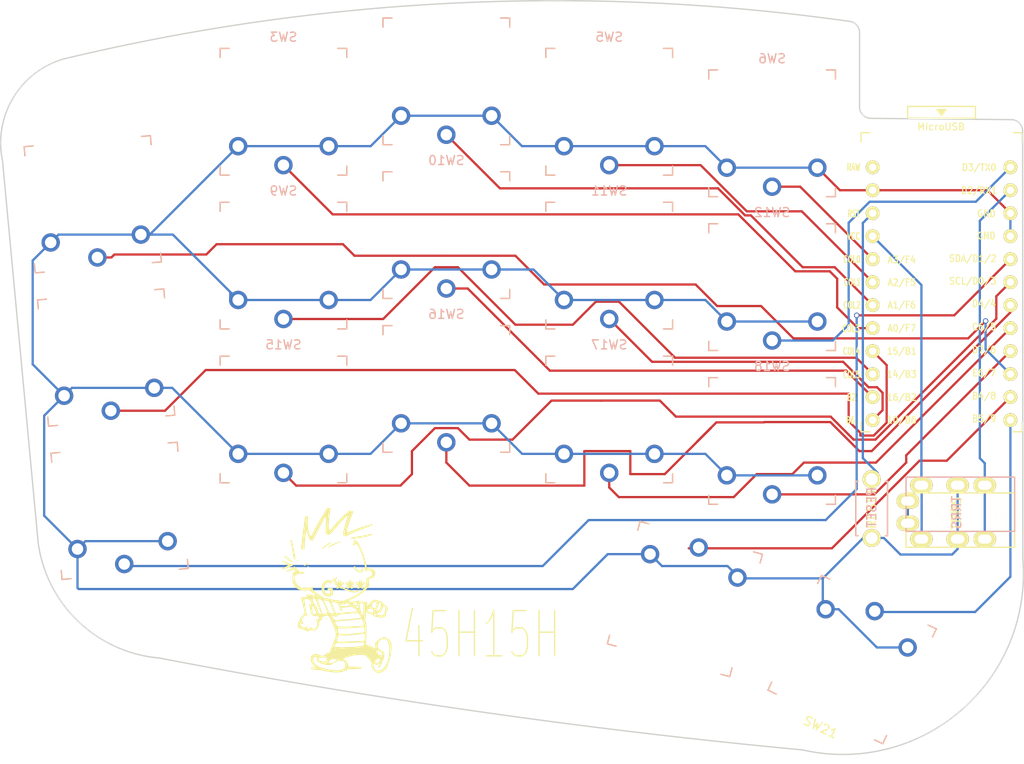
<source format=kicad_pcb>
(kicad_pcb (version 20211014) (generator pcbnew)
  (title_block (title "Corne Light") (date "2018-12-26") (rev "2.1") (company "foostan"))
  (layers (0 "F.Cu" signal) (31 "B.Cu" signal) (34 "B.Paste" user) (35 "F.Paste" user) (36 "B.SilkS" user "B.Silkscreen") (37 "F.SilkS" user "F.Silkscreen") (38 "B.Mask" user) (39 "F.Mask" user) (44 "Edge.Cuts" user))
  (net 0 "")
  (net 1 "row0")
  (net 2 "row1")
  (net 3 "row2")
  (net 4 "row3")
  (net 5 "Net-(D20-Pad2)")
  (net 6 "GND")
  (net 7 "VCC")
  (net 8 "col1")
  (net 9 "col2")
  (net 10 "col3")
  (net 11 "col4")
  (net 12 "col5")
  (net 13 "LED")
  (net 14 "data")
  (net 15 "reset")
  (net 16 "SCL")
  (net 17 "SDA")
  (net 18 "Net-(U1-Pad14)")
  (net 19 "Net-(U1-Pad13)")
  (net 20 "Net-(U1-Pad12)")
  (net 21 "Net-(U1-Pad11)")
  (net 22 "Net-(J1-PadA)")
  (net 23 "Net-(U1-Pad24)")
  (footprint "kbd:MJ-4PP-9" (layer "F.Cu") (at 142.8 73.66 -90)
    (fp_text reference "J1")
    (fp_text value "MJ-4PP-9" hide)
    (fp_text user "TRRS" (at -0.8255 6.4135 90) (layer "B.SilkS") (effects (justify mirror)))
    (fp_text user "TRRS" (at -0.75 6.45 -90) (layer "F.SilkS"))
    (pad "" np_thru_hole circle locked (at -1.75 1.5 270) (size 1.2 1.2) (drill 1.2) (layers *.Cu *.Mask "F.SilkS"))
    (pad "" np_thru_hole circle locked (at 0 8.5 270) (size 1.2 1.2) (drill 1.2) (layers *.Cu *.Mask "F.SilkS"))
    (pad "" np_thru_hole circle locked (at -1.75 8.5 270) (size 1.2 1.2) (drill 1.2) (layers *.Cu *.Mask "F.SilkS"))
    (pad "" np_thru_hole circle locked (at 0 1.5 270) (size 1.2 1.2) (drill 1.2) (layers *.Cu *.Mask "F.SilkS"))
    (pad "A" thru_hole oval locked (at 0.35 11.8 270) (size 1.7 2.5) (drill oval 1 1.5) (layers *.Cu *.Mask "F.SilkS") (net 22 "Net-(J1-PadA)") (clearance 0.15))
    (pad "A" thru_hole oval locked (at -2.1 11.8 270) (size 1.7 2.5) (drill oval 1 1.5) (layers *.Cu *.Mask "F.SilkS") (net 22 "Net-(J1-PadA)") (clearance 0.15))
    (pad "B" thru_hole oval locked (at -3.85 3.3 270) (size 1.7 2.5) (drill oval 1 1.5) (layers *.Cu *.Mask "F.SilkS") (net 14 "data"))
    (pad "B" thru_hole oval locked (at 2.1 3.3 270) (size 1.7 2.5) (drill oval 1 1.5) (layers *.Cu *.Mask "F.SilkS") (net 14 "data"))
    (pad "C" thru_hole oval locked (at -3.85 6.3 270) (size 1.7 2.5) (drill oval 1 1.5) (layers *.Cu *.Mask "F.SilkS") (net 6 "GND"))
    (pad "C" thru_hole oval locked (at 2.1 6.3 270) (size 1.7 2.5) (drill oval 1 1.5) (layers *.Cu *.Mask "F.SilkS") (net 6 "GND"))
    (pad "D" thru_hole oval locked (at -3.85 10.3 270) (size 1.7 2.5) (drill oval 1 1.5) (layers *.Cu *.Mask "F.SilkS") (net 7 "VCC") (clearance 0.15))
    (pad "D" thru_hole oval locked (at 2.1 10.3 270) (size 1.7 2.5) (drill oval 1 1.5) (layers *.Cu *.Mask "F.SilkS") (net 7 "VCC") (clearance 0.15))
  )
  (footprint "chocs:SW_PG1350_reversible_b2" (layer "F.Cu") (at 40.929 38.7641 5)
    (fp_text reference "SW2" hide)
    (fp_text value "SW_PUSH" hide)
    (pad "" np_thru_hole circle locked (at -5.22 -4.2 5) (size 0.9906 0.9906) (drill 0.9906) (layers *.Cu *.Mask))
    (pad "" np_thru_hole circle locked (at 5.5 0 5) (size 1.7018 1.7018) (drill 1.7018) (layers *.Cu *.Mask))
    (pad "" np_thru_hole circle locked (at -5.5 0 5) (size 1.7018 1.7018) (drill 1.7018) (layers *.Cu *.Mask))
    (pad "" np_thru_hole circle locked (at 0 0 5) (size 3.429 3.429) (drill 3.429) (layers *.Cu *.Mask))
    (pad "" np_thru_hole circle locked (at 5.22 -4.2 5) (size 0.9906 0.9906) (drill 0.9906) (layers *.Cu *.Mask))
    (pad "1" thru_hole circle locked (at 0 5.9 5) (size 2.032 2.032) (drill 1.27) (layers *.Cu *.Mask) (net 4 "row3"))
    (pad "2" thru_hole circle locked (at -5 3.8 5) (size 2.032 2.032) (drill 1.27) (layers *.Cu *.Mask) (net 6 "GND"))
    (pad "2" thru_hole circle locked (at 5 3.8 5) (size 2.032 2.032) (drill 1.27) (layers *.Cu *.Mask) (net 6 "GND"))
  )
  (footprint "chocs:SW_PG1350_reversible_b2" (layer "F.Cu") (at 62 28.54)
    (fp_text reference "SW3" hide)
    (fp_text value "SW_PUSH" hide)
    (fp_text user "${REFERENCE}" (at 0 -8.255) (layer "B.SilkS") (effects (justify mirror)))
    (pad "" np_thru_hole circle locked (at 5.5 0) (size 1.7018 1.7018) (drill 1.7018) (layers *.Cu *.Mask))
    (pad "" np_thru_hole circle locked (at -5.22 -4.2) (size 0.9906 0.9906) (drill 0.9906) (layers *.Cu *.Mask))
    (pad "" np_thru_hole circle locked (at -5.5 0) (size 1.7018 1.7018) (drill 1.7018) (layers *.Cu *.Mask))
    (pad "" np_thru_hole circle locked (at 0 0) (size 3.429 3.429) (drill 3.429) (layers *.Cu *.Mask))
    (pad "" np_thru_hole circle locked (at 5.22 -4.2) (size 0.9906 0.9906) (drill 0.9906) (layers *.Cu *.Mask))
    (pad "1" thru_hole circle locked (at 0 5.9) (size 2.032 2.032) (drill 1.27) (layers *.Cu *.Mask) (net 10 "col3"))
    (pad "2" thru_hole circle locked (at -5 3.8) (size 2.032 2.032) (drill 1.27) (layers *.Cu *.Mask) (net 6 "GND"))
    (pad "2" thru_hole circle locked (at 5 3.8) (size 2.032 2.032) (drill 1.27) (layers *.Cu *.Mask) (net 6 "GND"))
  )
  (footprint "chocs:SW_PG1350_reversible_b2" (layer "F.Cu") (at 80 25.18)
    (fp_text reference "SW4" hide)
    (fp_text value "SW_PUSH" hide)
    (pad "" np_thru_hole circle locked (at 0 0) (size 3.429 3.429) (drill 3.429) (layers *.Cu *.Mask))
    (pad "" np_thru_hole circle locked (at 5.5 0) (size 1.7018 1.7018) (drill 1.7018) (layers *.Cu *.Mask))
    (pad "" np_thru_hole circle locked (at 5.22 -4.2) (size 0.9906 0.9906) (drill 0.9906) (layers *.Cu *.Mask))
    (pad "" np_thru_hole circle locked (at -5.22 -4.2) (size 0.9906 0.9906) (drill 0.9906) (layers *.Cu *.Mask))
    (pad "" np_thru_hole circle locked (at -5.5 0) (size 1.7018 1.7018) (drill 1.7018) (layers *.Cu *.Mask))
    (pad "1" thru_hole circle locked (at 0 5.9) (size 2.032 2.032) (drill 1.27) (layers *.Cu *.Mask) (net 9 "col2"))
    (pad "2" thru_hole circle locked (at 5 3.8) (size 2.032 2.032) (drill 1.27) (layers *.Cu *.Mask) (net 6 "GND"))
    (pad "2" thru_hole circle locked (at -5 3.8) (size 2.032 2.032) (drill 1.27) (layers *.Cu *.Mask) (net 6 "GND"))
  )
  (footprint "chocs:SW_PG1350_reversible_b2" (layer "F.Cu") (at 98 28.54)
    (fp_text reference "SW5" hide)
    (fp_text value "SW_PUSH" hide)
    (fp_text user "${REFERENCE}" (at 0 -8.255) (layer "B.SilkS") (effects (justify mirror)))
    (pad "" np_thru_hole circle locked (at 5.5 0) (size 1.7018 1.7018) (drill 1.7018) (layers *.Cu *.Mask))
    (pad "" np_thru_hole circle locked (at -5.5 0) (size 1.7018 1.7018) (drill 1.7018) (layers *.Cu *.Mask))
    (pad "" np_thru_hole circle locked (at 0 0) (size 3.429 3.429) (drill 3.429) (layers *.Cu *.Mask))
    (pad "" np_thru_hole circle locked (at 5.22 -4.2) (size 0.9906 0.9906) (drill 0.9906) (layers *.Cu *.Mask))
    (pad "" np_thru_hole circle locked (at -5.22 -4.2) (size 0.9906 0.9906) (drill 0.9906) (layers *.Cu *.Mask))
    (pad "1" thru_hole circle locked (at 0 5.9) (size 2.032 2.032) (drill 1.27) (layers *.Cu *.Mask) (net 8 "col1"))
    (pad "2" thru_hole circle locked (at -5 3.8) (size 2.032 2.032) (drill 1.27) (layers *.Cu *.Mask) (net 6 "GND"))
    (pad "2" thru_hole circle locked (at 5 3.8) (size 2.032 2.032) (drill 1.27) (layers *.Cu *.Mask) (net 6 "GND"))
  )
  (footprint "chocs:SW_PG1350_reversible_b2" (layer "F.Cu") (at 116 30.92)
    (fp_text reference "SW6" hide)
    (fp_text value "SW_PUSH" hide)
    (fp_text user "${REFERENCE}" (at 0 -8.255) (layer "B.SilkS") (effects (justify mirror)))
    (pad "" np_thru_hole circle locked (at 5.5 0) (size 1.7018 1.7018) (drill 1.7018) (layers *.Cu *.Mask))
    (pad "" np_thru_hole circle locked (at 0 0) (size 3.429 3.429) (drill 3.429) (layers *.Cu *.Mask))
    (pad "" np_thru_hole circle locked (at 5.22 -4.2) (size 0.9906 0.9906) (drill 0.9906) (layers *.Cu *.Mask))
    (pad "" np_thru_hole circle locked (at -5.5 0) (size 1.7018 1.7018) (drill 1.7018) (layers *.Cu *.Mask))
    (pad "" np_thru_hole circle locked (at -5.22 -4.2) (size 0.9906 0.9906) (drill 0.9906) (layers *.Cu *.Mask))
    (pad "1" thru_hole circle locked (at 0 5.9) (size 2.032 2.032) (drill 1.27) (layers *.Cu *.Mask) (net 5 "Net-(D20-Pad2)"))
    (pad "2" thru_hole circle locked (at -5 3.8) (size 2.032 2.032) (drill 1.27) (layers *.Cu *.Mask) (net 6 "GND"))
    (pad "2" thru_hole circle locked (at 5 3.8) (size 2.032 2.032) (drill 1.27) (layers *.Cu *.Mask) (net 6 "GND"))
  )
  (footprint "chocs:SW_PG1350_reversible_b2" (layer "F.Cu") (at 42.4106 55.6994 5)
    (fp_text reference "SW8" hide)
    (fp_text value "SW_PUSH" hide)
    (pad "" np_thru_hole circle locked (at 5.5 0 5) (size 1.7018 1.7018) (drill 1.7018) (layers *.Cu *.Mask))
    (pad "" np_thru_hole circle locked (at -5.22 -4.2 5) (size 0.9906 0.9906) (drill 0.9906) (layers *.Cu *.Mask))
    (pad "" np_thru_hole circle locked (at -5.5 0 5) (size 1.7018 1.7018) (drill 1.7018) (layers *.Cu *.Mask))
    (pad "" np_thru_hole circle locked (at 0 0 5) (size 3.429 3.429) (drill 3.429) (layers *.Cu *.Mask))
    (pad "" np_thru_hole circle locked (at 5.22 -4.2 5) (size 0.9906 0.9906) (drill 0.9906) (layers *.Cu *.Mask))
    (pad "1" thru_hole circle locked (at 0 5.9 5) (size 2.032 2.032) (drill 1.27) (layers *.Cu *.Mask) (net 11 "col4"))
    (pad "2" thru_hole circle locked (at 5 3.8 5) (size 2.032 2.032) (drill 1.27) (layers *.Cu *.Mask) (net 6 "GND"))
    (pad "2" thru_hole circle locked (at -5 3.8 5) (size 2.032 2.032) (drill 1.27) (layers *.Cu *.Mask) (net 6 "GND"))
  )
  (footprint "chocs:SW_PG1350_reversible_b2" (layer "F.Cu") (at 62 45.54)
    (fp_text reference "SW9" hide)
    (fp_text value "SW_PUSH" hide)
    (fp_text user "${REFERENCE}" (at 0 -8.255) (layer "B.SilkS") (effects (justify mirror)))
    (pad "" np_thru_hole circle locked (at 0 0) (size 3.429 3.429) (drill 3.429) (layers *.Cu *.Mask))
    (pad "" np_thru_hole circle locked (at -5.22 -4.2) (size 0.9906 0.9906) (drill 0.9906) (layers *.Cu *.Mask))
    (pad "" np_thru_hole circle locked (at -5.5 0) (size 1.7018 1.7018) (drill 1.7018) (layers *.Cu *.Mask))
    (pad "" np_thru_hole circle locked (at 5.22 -4.2) (size 0.9906 0.9906) (drill 0.9906) (layers *.Cu *.Mask))
    (pad "" np_thru_hole circle locked (at 5.5 0) (size 1.7018 1.7018) (drill 1.7018) (layers *.Cu *.Mask))
    (pad "1" thru_hole circle locked (at 0 5.9) (size 2.032 2.032) (drill 1.27) (layers *.Cu *.Mask) (net 12 "col5"))
    (pad "2" thru_hole circle locked (at -5 3.8) (size 2.032 2.032) (drill 1.27) (layers *.Cu *.Mask) (net 6 "GND"))
    (pad "2" thru_hole circle locked (at 5 3.8) (size 2.032 2.032) (drill 1.27) (layers *.Cu *.Mask) (net 6 "GND"))
  )
  (footprint "chocs:SW_PG1350_reversible_b2" (layer "F.Cu") (at 80 42.17)
    (fp_text reference "SW10" hide)
    (fp_text value "SW_PUSH" hide)
    (fp_text user "${REFERENCE}" (at 0 -8.255) (layer "B.SilkS") (effects (justify mirror)))
    (pad "" np_thru_hole circle locked (at 5.22 -4.2) (size 0.9906 0.9906) (drill 0.9906) (layers *.Cu *.Mask))
    (pad "" np_thru_hole circle locked (at 0 0) (size 3.429 3.429) (drill 3.429) (layers *.Cu *.Mask))
    (pad "" np_thru_hole circle locked (at -5.5 0) (size 1.7018 1.7018) (drill 1.7018) (layers *.Cu *.Mask))
    (pad "" np_thru_hole circle locked (at -5.22 -4.2) (size 0.9906 0.9906) (drill 0.9906) (layers *.Cu *.Mask))
    (pad "" np_thru_hole circle locked (at 5.5 0) (size 1.7018 1.7018) (drill 1.7018) (layers *.Cu *.Mask))
    (pad "1" thru_hole circle locked (at 0 5.9) (size 2.032 2.032) (drill 1.27) (layers *.Cu *.Mask) (net 18 "Net-(U1-Pad14)"))
    (pad "2" thru_hole circle locked (at 5 3.8) (size 2.032 2.032) (drill 1.27) (layers *.Cu *.Mask) (net 6 "GND"))
    (pad "2" thru_hole circle locked (at -5 3.8) (size 2.032 2.032) (drill 1.27) (layers *.Cu *.Mask) (net 6 "GND"))
  )
  (footprint "chocs:SW_PG1350_reversible_b2" (layer "F.Cu") (at 98 45.54)
    (fp_text reference "SW11" hide)
    (fp_text value "SW_PUSH" hide)
    (fp_text user "${REFERENCE}" (at 0 -8.255) (layer "B.SilkS") (effects (justify mirror)))
    (pad "" np_thru_hole circle locked (at -5.22 -4.2) (size 0.9906 0.9906) (drill 0.9906) (layers *.Cu *.Mask))
    (pad "" np_thru_hole circle locked (at -5.5 0) (size 1.7018 1.7018) (drill 1.7018) (layers *.Cu *.Mask))
    (pad "" np_thru_hole circle locked (at 5.5 0) (size 1.7018 1.7018) (drill 1.7018) (layers *.Cu *.Mask))
    (pad "" np_thru_hole circle locked (at 5.22 -4.2) (size 0.9906 0.9906) (drill 0.9906) (layers *.Cu *.Mask))
    (pad "" np_thru_hole circle locked (at 0 0) (size 3.429 3.429) (drill 3.429) (layers *.Cu *.Mask))
    (pad "1" thru_hole circle locked (at 0 5.9) (size 2.032 2.032) (drill 1.27) (layers *.Cu *.Mask) (net 19 "Net-(U1-Pad13)"))
    (pad "2" thru_hole circle locked (at -5 3.8) (size 2.032 2.032) (drill 1.27) (layers *.Cu *.Mask) (net 6 "GND"))
    (pad "2" thru_hole circle locked (at 5 3.8) (size 2.032 2.032) (drill 1.27) (layers *.Cu *.Mask) (net 6 "GND"))
  )
  (footprint "chocs:SW_PG1350_reversible_b2" (layer "F.Cu") (at 116 47.92)
    (fp_text reference "SW12" hide)
    (fp_text value "SW_PUSH" hide)
    (fp_text user "${REFERENCE}" (at 0 -8.255) (layer "B.SilkS") (effects (justify mirror)))
    (pad "" np_thru_hole circle locked (at 0 0) (size 3.429 3.429) (drill 3.429) (layers *.Cu *.Mask))
    (pad "" np_thru_hole circle locked (at 5.5 0) (size 1.7018 1.7018) (drill 1.7018) (layers *.Cu *.Mask))
    (pad "" np_thru_hole circle locked (at -5.5 0) (size 1.7018 1.7018) (drill 1.7018) (layers *.Cu *.Mask))
    (pad "" np_thru_hole circle locked (at 5.22 -4.2) (size 0.9906 0.9906) (drill 0.9906) (layers *.Cu *.Mask))
    (pad "" np_thru_hole circle locked (at -5.22 -4.2) (size 0.9906 0.9906) (drill 0.9906) (layers *.Cu *.Mask))
    (pad "1" thru_hole circle locked (at 0 5.9) (size 2.032 2.032) (drill 1.27) (layers *.Cu *.Mask) (net 13 "LED"))
    (pad "2" thru_hole circle locked (at -5 3.8) (size 2.032 2.032) (drill 1.27) (layers *.Cu *.Mask) (net 6 "GND"))
    (pad "2" thru_hole circle locked (at 5 3.8) (size 2.032 2.032) (drill 1.27) (layers *.Cu *.Mask) (net 6 "GND"))
  )
  (footprint "chocs:SW_PG1350_reversible_b2" (layer "F.Cu") (at 43.8927 72.6397 5)
    (fp_text reference "SW14" hide)
    (fp_text value "SW_PUSH" hide)
    (pad "" np_thru_hole circle locked (at -5.22 -4.2 5) (size 0.9906 0.9906) (drill 0.9906) (layers *.Cu *.Mask))
    (pad "" np_thru_hole circle locked (at 5.22 -4.2 5) (size 0.9906 0.9906) (drill 0.9906) (layers *.Cu *.Mask))
    (pad "" np_thru_hole circle locked (at -5.5 0 5) (size 1.7018 1.7018) (drill 1.7018) (layers *.Cu *.Mask))
    (pad "" np_thru_hole circle locked (at 5.5 0 5) (size 1.7018 1.7018) (drill 1.7018) (layers *.Cu *.Mask))
    (pad "" np_thru_hole circle locked (at 0 0 5) (size 3.429 3.429) (drill 3.429) (layers *.Cu *.Mask))
    (pad "1" thru_hole circle locked (at 0 5.9 5) (size 2.032 2.032) (drill 1.27) (layers *.Cu *.Mask) (net 17 "SDA"))
    (pad "2" thru_hole circle locked (at -5 3.8 5) (size 2.032 2.032) (drill 1.27) (layers *.Cu *.Mask) (net 6 "GND"))
    (pad "2" thru_hole circle locked (at 5 3.8 5) (size 2.032 2.032) (drill 1.27) (layers *.Cu *.Mask) (net 6 "GND"))
  )
  (footprint "chocs:SW_PG1350_reversible_b2" (layer "F.Cu") (at 62 62.545)
    (fp_text reference "SW15" hide)
    (fp_text value "SW_PUSH" hide)
    (fp_text user "${REFERENCE}" (at 0 -8.255) (layer "B.SilkS") (effects (justify mirror)))
    (pad "" np_thru_hole circle locked (at 5.22 -4.2) (size 0.9906 0.9906) (drill 0.9906) (layers *.Cu *.Mask))
    (pad "" np_thru_hole circle locked (at -5.5 0) (size 1.7018 1.7018) (drill 1.7018) (layers *.Cu *.Mask))
    (pad "" np_thru_hole circle locked (at -5.22 -4.2) (size 0.9906 0.9906) (drill 0.9906) (layers *.Cu *.Mask))
    (pad "" np_thru_hole circle locked (at 0 0) (size 3.429 3.429) (drill 3.429) (layers *.Cu *.Mask))
    (pad "" np_thru_hole circle locked (at 5.5 0) (size 1.7018 1.7018) (drill 1.7018) (layers *.Cu *.Mask))
    (pad "1" thru_hole circle locked (at 0 5.9) (size 2.032 2.032) (drill 1.27) (layers *.Cu *.Mask) (net 16 "SCL"))
    (pad "2" thru_hole circle locked (at 5 3.8) (size 2.032 2.032) (drill 1.27) (layers *.Cu *.Mask) (net 6 "GND"))
    (pad "2" thru_hole circle locked (at -5 3.8) (size 2.032 2.032) (drill 1.27) (layers *.Cu *.Mask) (net 6 "GND"))
  )
  (footprint "chocs:SW_PG1350_reversible_b2" (layer "F.Cu") (at 80 59.17)
    (fp_text reference "SW16" hide)
    (fp_text value "SW_PUSH" hide)
    (fp_text user "${REFERENCE}" (at 0 -8.255) (layer "B.SilkS") (effects (justify mirror)))
    (pad "" np_thru_hole circle locked (at -5.5 0) (size 1.7018 1.7018) (drill 1.7018) (layers *.Cu *.Mask))
    (pad "" np_thru_hole circle locked (at -5.22 -4.2) (size 0.9906 0.9906) (drill 0.9906) (layers *.Cu *.Mask))
    (pad "" np_thru_hole circle locked (at 5.22 -4.2) (size 0.9906 0.9906) (drill 0.9906) (layers *.Cu *.Mask))
    (pad "" np_thru_hole circle locked (at 0 0) (size 3.429 3.429) (drill 3.429) (layers *.Cu *.Mask))
    (pad "" np_thru_hole circle locked (at 5.5 0) (size 1.7018 1.7018) (drill 1.7018) (layers *.Cu *.Mask))
    (pad "1" thru_hole circle locked (at 0 5.9) (size 2.032 2.032) (drill 1.27) (layers *.Cu *.Mask) (net 1 "row0"))
    (pad "2" thru_hole circle locked (at -5 3.8) (size 2.032 2.032) (drill 1.27) (layers *.Cu *.Mask) (net 6 "GND"))
    (pad "2" thru_hole circle locked (at 5 3.8) (size 2.032 2.032) (drill 1.27) (layers *.Cu *.Mask) (net 6 "GND"))
  )
  (footprint "chocs:SW_PG1350_reversible_b2" (layer "F.Cu") (at 98 62.545)
    (fp_text reference "SW17" hide)
    (fp_text value "SW_PUSH" hide)
    (fp_text user "${REFERENCE}" (at 0 -8.255) (layer "B.SilkS") (effects (justify mirror)))
    (pad "" np_thru_hole circle locked (at 5.5 0) (size 1.7018 1.7018) (drill 1.7018) (layers *.Cu *.Mask))
    (pad "" np_thru_hole circle locked (at -5.5 0) (size 1.7018 1.7018) (drill 1.7018) (layers *.Cu *.Mask))
    (pad "" np_thru_hole circle locked (at 5.22 -4.2) (size 0.9906 0.9906) (drill 0.9906) (layers *.Cu *.Mask))
    (pad "" np_thru_hole circle locked (at -5.22 -4.2) (size 0.9906 0.9906) (drill 0.9906) (layers *.Cu *.Mask))
    (pad "" np_thru_hole circle locked (at 0 0) (size 3.429 3.429) (drill 3.429) (layers *.Cu *.Mask))
    (pad "1" thru_hole circle locked (at 0 5.9) (size 2.032 2.032) (drill 1.27) (layers *.Cu *.Mask) (net 2 "row1"))
    (pad "2" thru_hole circle locked (at 5 3.8) (size 2.032 2.032) (drill 1.27) (layers *.Cu *.Mask) (net 6 "GND"))
    (pad "2" thru_hole circle locked (at -5 3.8) (size 2.032 2.032) (drill 1.27) (layers *.Cu *.Mask) (net 6 "GND"))
  )
  (footprint "chocs:SW_PG1350_reversible_b2" (layer "F.Cu") (at 116 64.92)
    (fp_text reference "SW18" hide)
    (fp_text value "SW_PUSH" hide)
    (fp_text user "${REFERENCE}" (at 0 -8.255) (layer "B.SilkS") (effects (justify mirror)))
    (pad "" np_thru_hole circle locked (at -5.5 0) (size 1.7018 1.7018) (drill 1.7018) (layers *.Cu *.Mask))
    (pad "" np_thru_hole circle locked (at 0 0) (size 3.429 3.429) (drill 3.429) (layers *.Cu *.Mask))
    (pad "" np_thru_hole circle locked (at 5.22 -4.2) (size 0.9906 0.9906) (drill 0.9906) (layers *.Cu *.Mask))
    (pad "" np_thru_hole circle locked (at -5.22 -4.2) (size 0.9906 0.9906) (drill 0.9906) (layers *.Cu *.Mask))
    (pad "" np_thru_hole circle locked (at 5.5 0) (size 1.7018 1.7018) (drill 1.7018) (layers *.Cu *.Mask))
    (pad "1" thru_hole circle locked (at 0 5.9) (size 2.032 2.032) (drill 1.27) (layers *.Cu *.Mask) (net 3 "row2"))
    (pad "2" thru_hole circle locked (at 5 3.8) (size 2.032 2.032) (drill 1.27) (layers *.Cu *.Mask) (net 6 "GND"))
    (pad "2" thru_hole circle locked (at -5 3.8) (size 2.032 2.032) (drill 1.27) (layers *.Cu *.Mask) (net 6 "GND"))
  )
  (footprint "kbd:ProMicro_v3" (layer "F.Cu") (at 134.72 49.15)
    (fp_text reference "U1" hide)
    (fp_text value "ProMicro" hide)
    (fp_text user "" (at -1.2065 -16.256) (layer "B.SilkS") (effects (justify mirror)))
    (fp_text user "COL5" (at -9.95 8.4455) (layer "F.SilkS") (effects (font (size 0.75 0.5) (thickness 0.125))))
    (fp_text user "VCC" (at -9.7155 -6.858 unlocked) (layer "F.SilkS") (effects (font (size 0.75 0.5) (thickness 0.125))))
    (fp_text user "B5/9" (at 4.705 13.3 unlocked) (layer "F.SilkS") (effects (font (size 0.75 0.67) (thickness 0.125))))
    (fp_text user "COL4" (at -9.95 5.85) (layer "F.SilkS") (effects (font (size 0.75 0.5) (thickness 0.125))))
    (fp_text user "A0/F7" (at -4.395 3.3 unlocked) (layer "F.SilkS") (effects (font (size 0.75 0.67) (thickness 0.125))))
    (fp_text user "A1/F6" (at -4.395 0.75 unlocked) (layer "F.SilkS") (effects (font (size 0.75 0.67) (thickness 0.125))))
    (fp_text user "B4/8" (at 4.705 10.8 unlocked) (layer "F.SilkS") (effects (font (size 0.75 0.67) (thickness 0.125))))
    (fp_text user "COL1" (at -9.85 -1.778) (layer "F.SilkS") (effects (font (size 0.75 0.5) (thickness 0.125))))
    (fp_text user "COL0" (at -9.9 -4.3) (layer "F.SilkS") (effects (font (size 0.75 0.5) (thickness 0.125))))
    (fp_text user "15/B1" (at -4.395 5.85 unlocked) (layer "F.SilkS") (effects (font (size 0.75 0.67) (thickness 0.125))))
    (fp_text user "RST" (at -9.7155 -9.3345 unlocked) (layer "F.SilkS") (effects (font (size 0.75 0.5) (thickness 0.125))))
    (fp_text user "D2/RX1" (at 4.155 -11.9 unlocked) (layer "F.SilkS") (effects (font (size 0.75 0.67) (thickness 0.125))))
    (fp_text user "D4/4" (at 4.705 0.6 unlocked) (layer "F.SilkS") (effects (font (size 0.75 0.67) (thickness 0.125))))
    (fp_text user "GND" (at 4.955 -9.35 unlocked) (layer "F.SilkS") (effects (font (size 0.75 0.67) (thickness 0.125))))
    (fp_text user "MicroUSB" (at -0.05 -18.95) (layer "F.SilkS") (effects (font (size 0.75 0.75) (thickness 0.12))))
    (fp_text user "14/B3" (at -4.395 8.4 unlocked) (layer "F.SilkS") (effects (font (size 0.75 0.67) (thickness 0.125))))
    (fp_text user "B2" (at -9.95 10.95) (layer "F.SilkS") (effects (font (size 0.75 0.5) (thickness 0.125))))
    (fp_text user "E6/7" (at 4.705 8.25 unlocked) (layer "F.SilkS") (effects (font (size 0.75 0.67) (thickness 0.125))))
    (fp_text user "" (at -0.545 -17.4) (layer "F.SilkS"))
    (fp_text user "RAW" (at -9.7155 -14.478 unlocked) (layer "F.SilkS") (effects (font (size 0.75 0.5) (thickness 0.125))))
    (fp_text user "C6/5" (at 4.705 3.15 unlocked) (layer "F.SilkS") (effects (font (size 0.75 0.67) (thickness 0.125))))
    (fp_text user "B6" (at -10.05 13.5) (layer "F.SilkS") (effects (font (size 0.75 0.5) (thickness 0.125))))
    (fp_text user "10/B6" (at -4.395 13.45 unlocked) (layer "F.SilkS") (effects (font (size 0.75 0.67) (thickness 0.125))))
    (fp_text user "SDA/D1/2" (at 3.455 -4.4 unlocked) (layer "F.SilkS") (effects (font (size 0.75 0.67) (thickness 0.125))))
    (fp_text user "A2/F5" (at -4.395 -1.75 unlocked) (layer "F.SilkS") (effects (font (size 0.75 0.67) (thickness 0.125))))
    (fp_text user "16/B2" (at -4.395 10.95 unlocked) (layer "F.SilkS") (effects (font (size 0.75 0.67) (thickness 0.125))))
    (fp_text user "D7/6" (at 4.705 5.7 unlocked) (layer "F.SilkS") (effects (font (size 0.75 0.67) (thickness 0.125))))
    (fp_text user "COL2" (at -9.9 0.762) (layer "F.SilkS") (effects (font (size 0.75 0.5) (thickness 0.125))))
    (fp_text user "GND" (at 4.955 -6.9 unlocked) (layer "F.SilkS") (effects (font (size 0.75 0.67) (thickness 0.125))))
    (fp_text user "A3/F4" (at -4.395 -4.25 unlocked) (layer "F.SilkS") (effects (font (size 0.75 0.67) (thickness 0.125))))
    (fp_text user "SCL/D0/3" (at 3.455 -1.9 unlocked) (layer "F.SilkS") (effects (font (size 0.75 0.67) (thickness 0.125))))
    (fp_text user "COL3" (at -10 3.35) (layer "F.SilkS") (effects (font (size 0.75 0.5) (thickness 0.125))))
    (fp_text user "D3/TX0" (at 4.155 -14.45 unlocked) (layer "F.SilkS") (effects (font (size 0.75 0.67) (thickness 0.125))))
    (pad "1" thru_hole circle locked (at 7.6114 -14.478) (size 1.524 1.524) (drill 0.8128) (layers *.Cu *.Mask "F.SilkS") (net 13 "LED"))
    (pad "2" thru_hole circle locked (at 7.6114 -11.938) (size 1.524 1.524) (drill 0.8128) (layers *.Cu *.Mask "F.SilkS") (net 14 "data"))
    (pad "3" thru_hole circle locked (at 7.6114 -9.398) (size 1.524 1.524) (drill 0.8128) (layers *.Cu *.Mask "F.SilkS") (net 6 "GND"))
    (pad "4" thru_hole circle locked (at 7.6114 -6.858) (size 1.524 1.524) (drill 0.8128) (layers *.Cu *.Mask "F.SilkS") (net 6 "GND"))
    (pad "5" thru_hole circle locked (at 7.6114 -4.318) (size 1.524 1.524) (drill 0.8128) (layers *.Cu *.Mask "F.SilkS") (net 17 "SDA"))
    (pad "6" thru_hole circle locked (at 7.6114 -1.778) (size 1.524 1.524) (drill 0.8128) (layers *.Cu *.Mask "F.SilkS") (net 16 "SCL"))
    (pad "7" thru_hole circle locked (at 7.6114 0.762) (size 1.524 1.524) (drill 0.8128) (layers *.Cu *.Mask "F.SilkS") (net 1 "row0"))
    (pad "8" thru_hole circle locked (at 7.6114 3.302) (size 1.524 1.524) (drill 0.8128) (layers *.Cu *.Mask "F.SilkS") (net 2 "row1"))
    (pad "9" thru_hole circle locked (at 7.6114 5.842) (size 1.524 1.524) (drill 0.8128) (layers *.Cu *.Mask "F.SilkS") (net 3 "row2"))
    (pad "10" thru_hole circle locked (at 7.6114 8.382) (size 1.524 1.524) (drill 0.8128) (layers *.Cu *.Mask "F.SilkS") (net 4 "row3"))
    (pad "11" thru_hole circle locked (at 7.6114 10.922) (size 1.524 1.524) (drill 0.8128) (layers *.Cu *.Mask "F.SilkS") (net 21 "Net-(U1-Pad11)"))
    (pad "12" thru_hole circle locked (at 7.6114 13.462) (size 1.524 1.524) (drill 0.8128) (layers *.Cu *.Mask "F.SilkS") (net 20 "Net-(U1-Pad12)"))
    (pad "13" thru_hole circle locked (at -7.6086 13.462) (size 1.524 1.524) (drill 0.8128) (layers *.Cu *.Mask "F.SilkS") (net 19 "Net-(U1-Pad13)"))
    (pad "14" thru_hole circle locked (at -7.6086 10.922) (size 1.524 1.524) (drill 0.8128) (layers *.Cu *.Mask "F.SilkS") (net 18 "Net-(U1-Pad14)"))
    (pad "15" thru_hole circle locked (at -7.6086 8.382) (size 1.524 1.524) (drill 0.8128) (layers *.Cu *.Mask "F.SilkS") (net 12 "col5"))
    (pad "16" thru_hole circle locked (at -7.6086 5.842) (size 1.524 1.524) (drill 0.8128) (layers *.Cu *.Mask "F.SilkS") (net 11 "col4"))
    (pad "17" thru_hole circle locked (at -7.6086 3.302) (size 1.524 1.524) (drill 0.8128) (layers *.Cu *.Mask "F.SilkS") (net 10 "col3"))
    (pad "18" thru_hole circle locked (at -7.6086 0.762) (size 1.524 1.524) (drill 0.8128) (layers *.Cu *.Mask "F.SilkS") (net 9 "col2"))
    (pad "19" thru_hole circle locked (at -7.6086 -1.778) (size 1.524 1.524) (drill 0.8128) (layers *.Cu *.Mask "F.SilkS") (net 8 "col1"))
    (pad "20" thru_hole circle locked (at -7.6086 -4.318) (size 1.524 1.524) (drill 0.8128) (layers *.Cu *.Mask "F.SilkS") (net 5 "Net-(D20-Pad2)"))
    (pad "21" thru_hole circle locked (at -7.6086 -6.858) (size 1.524 1.524) (drill 0.8128) (layers *.Cu *.Mask "F.SilkS") (net 7 "VCC"))
    (pad "22" thru_hole circle locked (at -7.6086 -9.398) (size 1.524 1.524) (drill 0.8128) (layers *.Cu *.Mask "F.SilkS") (net 15 "reset"))
    (pad "23" thru_hole circle locked (at -7.6086 -11.938) (size 1.524 1.524) (drill 0.8128) (layers *.Cu *.Mask "F.SilkS") (net 6 "GND"))
    (pad "24" thru_hole circle locked (at -7.6086 -14.478) (size 1.524 1.524) (drill 0.8128) (layers *.Cu *.Mask "F.SilkS") (net 23 "Net-(U1-Pad24)"))
  )
  (footprint "foostan:ResetSW" (layer "F.Cu") (at 127 72.39 90)
    (fp_text reference "RSW1" hide)
    (fp_text value "Val**")
    (fp_text user "RESET" (at 0.127 0 90) (layer "B.SilkS") (effects (justify mirror)))
    (fp_text user "RESET" (at 0 0 90) (layer "F.SilkS"))
    (pad "1" thru_hole circle locked (at 3.25 0 90) (size 2 2) (drill 1.3) (layers *.Cu *.Mask "F.SilkS") (net 15 "reset"))
    (pad "2" thru_hole circle locked (at -3.25 0 90) (size 2 2) (drill 1.3) (layers *.Cu *.Mask "F.SilkS") (net 6 "GND"))
  )
  (footprint "calvin:calvin" (layer "F.Cu") (at 68.58 81.28)
    (fp_text reference "G***" (at 0 0) (layer "F.SilkS") (effects (font (size 1.524 1.524) (thickness 0.3))))
    (fp_text value "LOGO" hide)
  )
  (footprint "chocs:SW_PG1350_reversible_b2" (layer "B.Cu") (at 106.36 82.39 -15)
    (fp_text reference "SW20" hide)
    (fp_text value "SW_PUSH" hide)
    (pad "" np_thru_hole circle locked (at 5.22 4.2 345) (size 0.9906 0.9906) (drill 0.9906) (layers *.Cu *.Mask))
    (pad "" np_thru_hole circle locked (at 5.5 0 345) (size 1.7018 1.7018) (drill 1.7018) (layers *.Cu *.Mask))
    (pad "" np_thru_hole circle locked (at 0 0 345) (size 3.429 3.429) (drill 3.429) (layers *.Cu *.Mask))
    (pad "" np_thru_hole circle locked (at -5.22 4.2 345) (size 0.9906 0.9906) (drill 0.9906) (layers *.Cu *.Mask))
    (pad "" np_thru_hole circle locked (at -5.5 0 345) (size 1.7018 1.7018) (drill 1.7018) (layers *.Cu *.Mask))
    (pad "1" thru_hole circle locked (at 0 -5.9 345) (size 2.032 2.032) (drill 1.27) (layers *.Cu *.Mask) (net 21 "Net-(U1-Pad11)"))
    (pad "2" thru_hole circle locked (at 5 -3.8 345) (size 2.032 2.032) (drill 1.27) (layers *.Cu *.Mask) (net 6 "GND"))
    (pad "2" thru_hole circle locked (at -5 -3.8 345) (size 2.032 2.032) (drill 1.27) (layers *.Cu *.Mask) (net 6 "GND"))
  )
  (footprint "chocs:SW_PG1350_reversible_b2" (layer "B.Cu") (at 124.84 89.07 -25)
    (fp_text reference "SW21" hide)
    (fp_text value "SW_PUSH" hide)
    (fp_text user "${REFERENCE}" (at 0 8.255 155) (layer "F.SilkS"))
    (pad "" np_thru_hole circle locked (at 5.5 0 335) (size 1.7018 1.7018) (drill 1.7018) (layers *.Cu *.Mask))
    (pad "" np_thru_hole circle locked (at -5.22 4.2 335) (size 0.9906 0.9906) (drill 0.9906) (layers *.Cu *.Mask))
    (pad "" np_thru_hole circle locked (at -5.5 0 335) (size 1.7018 1.7018) (drill 1.7018) (layers *.Cu *.Mask))
    (pad "" np_thru_hole circle locked (at 5.22 4.2 335) (size 0.9906 0.9906) (drill 0.9906) (layers *.Cu *.Mask))
    (pad "" np_thru_hole circle locked (at 0 0 335) (size 3.429 3.429) (drill 3.429) (layers *.Cu *.Mask))
    (pad "1" thru_hole circle locked (at 0 -5.9 335) (size 2.032 2.032) (drill 1.27) (layers *.Cu *.Mask) (net 20 "Net-(U1-Pad12)"))
    (pad "2" thru_hole circle locked (at -5 -3.8 335) (size 2.032 2.032) (drill 1.27) (layers *.Cu *.Mask) (net 6 "GND"))
    (pad "2" thru_hole circle locked (at 5 -3.8 335) (size 2.032 2.032) (drill 1.27) (layers *.Cu *.Mask) (net 6 "GND"))
  )
  (gr_line (start 142.33 29.41) (end 126.93 29.27) (layer "Edge.Cuts") (width 0.15))
  (gr_arc (start 124.7586 18.584667) (mid 125.410054 19.043436) (end 125.66 19.8) (layer "Edge.Cuts") (width 0.15))
  (gr_line (start 125.66 28) (end 125.66 19.8) (layer "Edge.Cuts") (width 0.15))
  (gr_arc (start 126.93 29.27) (mid 126.031974 28.898026) (end 125.66 28) (layer "Edge.Cuts") (width 0.15))
  (gr_arc (start 48.26 88.9) (mid 39.356726 84.888536) (end 34.899207 76.2) (layer "Edge.Cuts") (width 0.15))
  (gr_arc (start 119.38 99.06) (mid 83.696919 94.841565) (end 48.26 88.9) (layer "Edge.Cuts") (width 0.15))
  (gr_line (start 143.703461 78.000283) (end 143.679844 30.687527) (layer "Edge.Cuts") (width 0.15))
  (gr_arc (start 30.953591 33.94) (mid 32.109151 27.041326) (end 37.616844 22.729443) (layer "Edge.Cuts") (width 0.15))
  (gr_arc (start 142.33 29.41) (mid 143.282848 29.755105) (end 143.679844 30.687527) (layer "Edge.Cuts") (width 0.15))
  (gr_arc (start 37.616844 22.729443) (mid 80.991664 16.52762) (end 124.759432 18.581924) (layer "Edge.Cuts") (width 0.15))
  (gr_arc (start 143.703461 78.000283) (mid 136.879654 94.695313) (end 119.38 99.06) (layer "Edge.Cuts") (width 0.15))
  (gr_line (start 30.953591 33.94) (end 34.899207 76.2) (layer "Edge.Cuts") (width 0.15))
  (gr_text "45H15H" (at 83.82 86.36) (layer "F.SilkS") (effects (font (size 5 3))))
  (segment (start 80 65.07) (end 80.0664 65.0036) (width 0.25) (layer "F.Cu") (net 1))
  (segment (start 100.33 68.58) (end 104.14 68.58) (width 0.25) (layer "F.Cu") (net 1))
  (segment (start 95.25 69.85) (end 95.25 66.04) (width 0.25) (layer "F.Cu") (net 1))
  (segment (start 95.25 66.04) (end 100.33 66.04) (width 0.25) (layer "F.Cu") (net 1))
  (segment (start 80 67.3) (end 82.55 69.85) (width 0.25) (layer "F.Cu") (net 1))
  (segment (start 115.134698 62.830979) (end 122.433579 62.830979) (width 0.25) (layer "F.Cu") (net 1))
  (segment (start 127 66.04) (end 142.3314 50.7086) (width 0.25) (layer "F.Cu") (net 1))
  (segment (start 80 65.07) (end 80 67.3) (width 0.25) (layer "F.Cu") (net 1))
  (segment (start 100.33 66.04) (end 100.33 68.58) (width 0.25) (layer "F.Cu") (net 1))
  (segment (start 109.8443 62.8647) (end 115.100977 62.8647) (width 0.25) (layer "F.Cu") (net 1))
  (segment (start 82.55 69.85) (end 95.25 69.85) (width 0.25) (layer "F.Cu") (net 1))
  (segment (start 107.7054 65.0036) (end 109.2145 63.4945) (width 0.25) (layer "F.Cu") (net 1))
  (segment (start 125.6426 66.04) (end 127 66.04) (width 0.25) (layer "F.Cu") (net 1))
  (segment (start 104.14 68.58) (end 109.2145 63.5055) (width 0.25) (layer "F.Cu") (net 1))
  (segment (start 142.3314 50.7086) (end 142.3314 49.912) (width 0.25) (layer "F.Cu") (net 1))
  (segment (start 109.2145 63.4945) (end 109.8443 62.8647) (width 0.25) (layer "F.Cu") (net 1))
  (segment (start 122.433579 62.830979) (end 125.6426 66.04) (width 0.25) (layer "F.Cu") (net 1))
  (segment (start 109.2145 63.5055) (end 109.2145 63.4945) (width 0.25) (layer "F.Cu") (net 1))
  (segment (start 115.100977 62.8647) (end 115.134698 62.830979) (width 0.25) (layer "F.Cu") (net 1))
  (segment (start 98 68.445) (end 98 70.06) (width 0.25) (layer "F.Cu") (net 2))
  (segment (start 127.4734 67.31) (end 142.3314 52.452) (width 0.25) (layer "F.Cu") (net 2))
  (segment (start 114.3 68.58) (end 118.24 68.58) (width 0.25) (layer "F.Cu") (net 2))
  (segment (start 119.51 67.31) (end 127.4734 67.31) (width 0.25) (layer "F.Cu") (net 2))
  (segment (start 98 70.06) (end 99.06 71.12) (width 0.25) (layer "F.Cu") (net 2))
  (segment (start 99.06 71.12) (end 111.76 71.12) (width 0.25) (layer "F.Cu") (net 2))
  (segment (start 111.76 71.12) (end 114.3 68.58) (width 0.25) (layer "F.Cu") (net 2))
  (segment (start 118.24 68.58) (end 119.51 67.31) (width 0.25) (layer "F.Cu") (net 2))
  (segment (start 127.3 70.82) (end 130.8204 67.2996) (width 0.25) (layer "F.Cu") (net 3))
  (segment (start 116 70.82) (end 127.3 70.82) (width 0.25) (layer "F.Cu") (net 3))
  (segment (start 130.8204 67.2996) (end 130.8204 66.503) (width 0.25) (layer "F.Cu") (net 3))
  (segment (start 130.8204 66.503) (end 142.3314 54.992) (width 0.25) (layer "F.Cu") (net 3))
  (segment (start 54.61 43.18) (end 68.58 43.18) (width 0.25) (layer "F.Cu") (net 4))
  (segment (start 68.58 43.18) (end 69.85 44.45) (width 0.25) (layer "F.Cu") (net 4))
  (segment (start 43.315421 44.314579) (end 53.475421 44.314579) (width 0.25) (layer "F.Cu") (net 4))
  (segment (start 107.545921 47.629021) (end 109.925921 50.009021) (width 0.25) (layer "F.Cu") (net 4))
  (segment (start 109.925921 50.009021) (end 114.779021 50.009021) (width 0.25) (layer "F.Cu") (net 4))
  (segment (start 42.988351 44.641649) (end 43.315421 44.314579) (width 0.25) (layer "F.Cu") (net 4))
  (segment (start 114.779021 50.009021) (end 118.3525 53.5825) (width 0.25) (layer "F.Cu") (net 4))
  (segment (start 118.3525 53.5825) (end 137.6689 53.5825) (width 0.25) (layer "F.Cu") (net 4))
  (segment (start 69.85 44.45) (end 87.63 44.45) (width 0.25) (layer "F.Cu") (net 4))
  (segment (start 53.475421 44.314579) (end 54.61 43.18) (width 0.25) (layer "F.Cu") (net 4))
  (segment (start 137.6689 53.5825) (end 139.591 51.6604) (width 0.25) (layer "F.Cu") (net 4))
  (segment (start 41.443219 44.641649) (end 42.988351 44.641649) (width 0.25) (layer "F.Cu") (net 4))
  (segment (start 90.809021 47.629021) (end 107.545921 47.629021) (width 0.25) (layer "F.Cu") (net 4))
  (segment (start 87.63 44.45) (end 90.809021 47.629021) (width 0.25) (layer "F.Cu") (net 4))
  (via (at 139.591 51.6604) (size 0.6) (drill 0.4) (layers "F.Cu" "B.Cu") (net 4))
  (segment (start 142.3314 57.532) (end 139.591 54.7916) (width 0.25) (layer "B.Cu") (net 4))
  (segment (start 139.591 54.7916) (end 139.591 51.6604) (width 0.25) (layer "B.Cu") (net 4))
  (segment (start 116 36.82) (end 119.0994 36.82) (width 0.25) (layer "F.Cu") (net 5))
  (segment (start 119.0994 36.82) (end 127.1114 44.832) (width 0.25) (layer "F.Cu") (net 5))
  (segment (start 121 34.72) (end 123.492 37.212) (width 0.25) (layer "F.Cu") (net 6))
  (segment (start 139.7914 37.212) (end 127.1114 37.212) (width 0.25) (layer "F.Cu") (net 6))
  (segment (start 123.492 37.212) (end 127.1114 37.212) (width 0.25) (layer "F.Cu") (net 6))
  (segment (start 142.3314 39.752) (end 139.7914 37.212) (width 0.25) (layer "F.Cu") (net 6))
  (segment (start 71.625 66.345) (end 67 66.345) (width 0.25) (layer "B.Cu") (net 6))
  (segment (start 34.29 56.449901) (end 34.29 44.974637) (width 0.25) (layer "B.Cu") (net 6))
  (segment (start 75 28.98) (end 85 28.98) (width 0.25) (layer "B.Cu") (net 6))
  (segment (start 85 62.97) (end 88.375 66.345) (width 0.25) (layer "B.Cu") (net 6))
  (segment (start 71.63 49.34) (end 75 45.97) (width 0.25) (layer "B.Cu") (net 6))
  (segment (start 46.241165 42.113861) (end 37.150776 42.113861) (width 0.25) (layer "B.Cu") (net 6))
  (segment (start 39.242918 76.861019) (end 35.56 73.178101) (width 0.25) (layer "B.Cu") (net 6))
  (segment (start 57 66.345) (end 67 66.345) (width 0.25) (layer "B.Cu") (net 6))
  (segment (start 88.36 32.34) (end 93 32.34) (width 0.25) (layer "B.Cu") (net 6))
  (segment (start 49.773861 42.113861) (end 57 49.34) (width 0.25) (layer "B.Cu") (net 6))
  (segment (start 35.56 73.178101) (end 35.56 62.121537) (width 0.25) (layer "B.Cu") (net 6))
  (segment (start 57 49.34) (end 67 49.34) (width 0.25) (layer "B.Cu") (net 6))
  (segment (start 121.5999 80.1036) (end 121.5999 83.198429) (width 0.25) (layer "B.Cu") (net 6))
  (segment (start 121.43 68.72) (end 121 68.72) (width 0.25) (layer "B.Cu") (net 6))
  (segment (start 121.91441 83.512939) (end 123.35125 83.512939) (width 0.25) (layer "B.Cu") (net 6))
  (segment (start 93 49.34) (end 103 49.34) (width 0.25) (layer "B.Cu") (net 6))
  (segment (start 136.5 76.86) (end 136.5 69.81) (width 0.25) (layer "B.Cu") (net 6))
  (segment (start 128.35 75.64) (end 130.18 77.47) (width 0.25) (layer "B.Cu") (net 6))
  (segment (start 121.5999 80.1036) (end 126.0635 75.64) (width 0.25) (layer "B.Cu") (net 6))
  (segment (start 37.150776 42.113861) (end 36.279218 42.985419) (width 0.25) (layer "B.Cu") (net 6))
  (segment (start 85 28.98) (end 88.36 32.34) (width 0.25) (layer "B.Cu") (net 6))
  (segment (start 111.0731 78.74) (end 103.828496 78.74) (width 0.25) (layer "B.Cu") (net 6))
  (segment (start 56.121 48.461) (end 56.121 49.34) (width 0.25) (layer "B.Cu") (net 6))
  (segment (start 37.760818 59.920719) (end 34.29 56.449901) (width 0.25) (layer "B.Cu") (net 6))
  (segment (start 75 62.97) (end 85 62.97) (width 0.25) (layer "B.Cu") (net 6))
  (segment (start 75 62.97) (end 71.625 66.345) (width 0.25) (layer "B.Cu") (net 6))
  (segment (start 108.62 32.34) (end 111 34.72) (width 0.25) (layer "B.Cu") (net 6))
  (segment (start 46.241165 42.113861) (end 49.773861 42.113861) (width 0.25) (layer "B.Cu") (net 6))
  (segment (start 57 32.34) (end 67 32.34) (width 0.25) (layer "B.Cu") (net 6))
  (segment (start 89.63 45.97) (end 93 49.34) (width 0.25) (layer "B.Cu") (net 6))
  (segment (start 40.114476 75.989461) (end 49.204865 75.989461) (width 0.25) (layer "B.Cu") (net 6))
  (segment (start 111 34.72) (end 121 34.72) (width 0.25) (layer "B.Cu") (net 6))
  (segment (start 97.834613 77.425387) (end 102.513883 77.425387) (width 0.25) (layer "B.Cu") (net 6))
  (segment (start 130.18 77.47) (end 135.89 77.47) (width 0.25) (layer "B.Cu") (net 6))
  (segment (start 135.89 77.47) (end 136.5 76.86) (width 0.25) (layer "B.Cu") (net 6))
  (segment (start 103 32.34) (end 108.62 32.34) (width 0.25) (layer "B.Cu") (net 6))
  (segment (start 121.5999 80.1036) (end 112.4367 80.1036) (width 0.25) (layer "B.Cu") (net 6))
  (segment (start 88.375 66.345) (end 93 66.345) (width 0.25) (layer "B.Cu") (net 6))
  (segment (start 108.625 66.345) (end 111 68.72) (width 0.25) (layer "B.Cu") (net 6))
  (segment (start 39.242918 76.861019) (end 39.242918 81.152918) (width 0.25) (layer "B.Cu") (net 6))
  (segment (start 75 45.97) (end 85 45.97) (width 0.25) (layer "B.Cu") (net 6))
  (segment (start 36.084637 43.18) (end 36.279218 42.985419) (width 0.25) (layer "B.Cu") (net 6))
  (segment (start 38.6323 59.0492) (end 37.7608 59.9207) (width 0.25) (layer "B.Cu") (net 6))
  (segment (start 127.577433 87.739122) (end 130.977488 87.739122) (width 0.25) (layer "B.Cu") (net 6))
  (segment (start 121.5999 83.198429) (end 121.91441 83.512939) (width 0.25) (layer "B.Cu") (net 6))
  (segment (start 93.98 81.28) (end 97.834613 77.425387) (width 0.25) (layer "B.Cu") (net 6))
  (segment (start 49.704161 59.049161) (end 57 66.345) (width 0.25) (layer "B.Cu") (net 6))
  (segment (start 103 49.34) (end 108.62 49.34) (width 0.25) (layer "B.Cu") (net 6))
  (segment (start 47.226139 42.113861) (end 46.241165 42.113861) (width 0.25) (layer "B.Cu") (net 6))
  (segment (start 35.56 62.121537) (end 37.760818 59.920719) (width 0.25) (layer "B.Cu") (net 6))
  (segment (start 108.62 49.34) (end 111 51.72) (width 0.25) (layer "B.Cu") (net 6))
  (segment (start 93 32.34) (end 103 32.34) (width 0.25) (layer "B.Cu") (net 6))
  (segment (start 67 49.34) (end 71.63 49.34) (width 0.25) (layer "B.Cu") (net 6))
  (segment (start 103.828496 78.74) (end 102.513883 77.425387) (width 0.25) (layer "B.Cu") (net 6))
  (segment (start 123.35125 83.512939) (end 127.577433 87.739122) (width 0.25) (layer "B.Cu") (net 6))
  (segment (start 57 32.34) (end 47.226139 42.113861) (width 0.25) (layer "B.Cu") (net 6))
  (segment (start 85 45.97) (end 89.63 45.97) (width 0.25) (layer "B.Cu") (net 6))
  (segment (start 111 51.72) (end 121 51.72) (width 0.25) (layer "B.Cu") (net 6))
  (segment (start 47.722765 59.049161) (end 49.704161 59.049161) (width 0.25) (layer "B.Cu") (net 6))
  (segment (start 39.37 81.28) (end 93.98 81.28) (width 0.25) (layer "B.Cu") (net 6))
  (segment (start 34.29 44.974637) (end 36.279218 42.985419) (width 0.25) (layer "B.Cu") (net 6))
  (segment (start 126.0635 75.64) (end 128.35 75.64) (width 0.25) (layer "B.Cu") (net 6))
  (segment (start 142.3314 39.752) (end 142.3314 42.292) (width 0.25) (layer "B.Cu") (net 6))
  (segment (start 93 66.345) (end 103 66.345) (width 0.25) (layer "B.Cu") (net 6))
  (segment (start 112.4367 80.1036) (end 111.0731 78.74) (width 0.25) (layer "B.Cu") (net 6))
  (segment (start 39.242918 81.152918) (end 39.37 81.28) (width 0.25) (layer "B.Cu") (net 6))
  (segment (start 103 66.345) (end 108.625 66.345) (width 0.25) (layer "B.Cu") (net 6))
  (segment (start 35.56 43.18) (end 36.084637 43.18) (width 0.25) (layer "B.Cu") (net 6))
  (segment (start 111 68.72) (end 121 68.72) (width 0.25) (layer "B.Cu") (net 6))
  (segment (start 47.7228 59.0492) (end 38.6323 59.0492) (width 0.25) (layer "B.Cu") (net 6))
  (segment (start 71.64 32.34) (end 75 28.98) (width 0.25) (layer "B.Cu") (net 6))
  (segment (start 67 32.34) (end 71.64 32.34) (width 0.25) (layer "B.Cu") (net 6))
  (segment (start 39.242918 76.861019) (end 40.114476 75.989461) (width 0.25) (layer "B.Cu") (net 6))
  (segment (start 132.5 68.55) (end 132.5 47.6806) (width 0.25) (layer "B.Cu") (net 7))
  (segment (start 132.5 47.6806) (end 127.1114 42.292) (width 0.25) (layer "B.Cu") (net 7))
  (segment (start 132.5 68.55) (end 132.5 69.7253) (width 0.25) (layer "B.Cu") (net 7))
  (segment (start 132.5 69.7253) (end 132.6093 69.8346) (width 0.25) (layer "B.Cu") (net 7))
  (segment (start 132.52452 69.83452) (end 132.52452 75.73548) (width 0.25) (layer "B.Cu") (net 7))
  (segment (start 132.52452 75.73548) (end 132.5 75.76) (width 0.25) (layer "B.Cu") (net 7))
  (segment (start 132.5 69.81) (end 132.52452 69.83452) (width 0.25) (layer "B.Cu") (net 7))
  (segment (start 113.2039 39.5439) (end 108.1 34.44) (width 0.25) (layer "F.Cu") (net 8))
  (segment (start 108.1 34.44) (end 98 34.44) (width 0.25) (layer "F.Cu") (net 8))
  (segment (start 127.1114 47.372) (end 119.2833 39.5439) (width 0.25) (layer "F.Cu") (net 8))
  (segment (start 119.2833 39.5439) (end 113.2039 39.5439) (width 0.25) (layer "F.Cu") (net 8))
  (segment (start 110.026282 37.002) (end 113.017702 39.99342) (width 0.25) (layer "F.Cu") (net 9))
  (segment (start 113.65342 39.99342) (end 119.38 45.72) (width 0.25) (layer "F.Cu") (net 9))
  (segment (start 119.38 45.72) (end 122.9194 45.72) (width 0.25) (layer "F.Cu") (net 9))
  (segment (start 122.9194 45.72) (end 127.1114 49.912) (width 0.25) (layer "F.Cu") (net 9))
  (segment (start 113.017702 39.99342) (end 113.65342 39.99342) (width 0.25) (layer "F.Cu") (net 9))
  (segment (start 85.922 37.002) (end 110.026282 37.002) (width 0.25) (layer "F.Cu") (net 9))
  (segment (start 80 31.08) (end 85.922 37.002) (width 0.25) (layer "F.Cu") (net 9))
  (segment (start 112.266064 39.8775) (end 112.831504 40.44294) (width 0.25) (layer "F.Cu") (net 10))
  (segment (start 112.831504 40.44294) (end 112.83294 40.44294) (width 0.25) (layer "F.Cu") (net 10))
  (segment (start 118.558084 46.16952) (end 112.831504 40.44294) (width 0.25) (layer "F.Cu") (net 10))
  (segment (start 67.4375 39.8775) (end 112.266064 39.8775) (width 0.25) (layer "F.Cu") (net 10))
  (segment (start 62 34.44) (end 67.4375 39.8775) (width 0.25) (layer "F.Cu") (net 10))
  (segment (start 123.19 46.99) (end 122.36952 46.16952) (width 0.25) (layer "F.Cu") (net 10))
  (segment (start 123.19 50.165) (end 123.19 46.99) (width 0.25) (layer "F.Cu") (net 10))
  (segment (start 125.477 52.452) (end 123.19 50.165) (width 0.25) (layer "F.Cu") (net 10))
  (segment (start 122.36952 46.16952) (end 118.558084 46.16952) (width 0.25) (layer "F.Cu") (net 10))
  (segment (start 127.1114 52.452) (end 125.477 52.452) (width 0.25) (layer "F.Cu") (net 10))
  (segment (start 124.46 59.69) (end 90.17 59.69) (width 0.25) (layer "F.Cu") (net 11))
  (segment (start 87.560979 57.080979) (end 53.409021 57.080979) (width 0.25) (layer "F.Cu") (net 11))
  (segment (start 128.6583 62.888082) (end 127.225902 64.32048) (width 0.25) (layer "F.Cu") (net 11))
  (segment (start 128.6583 56.5389) (end 128.6583 62.888082) (width 0.25) (layer "F.Cu") (net 11))
  (segment (start 125.751998 64.32048) (end 125.751998 64.021884) (width 0.25) (layer "F.Cu") (net 11))
  (segment (start 127.225902 64.32048) (end 125.751998 64.32048) (width 0.25) (layer "F.Cu") (net 11))
  (segment (start 127.1114 54.992) (end 128.6583 56.5389) (width 0.25) (layer "F.Cu") (net 11))
  (segment (start 90.17 59.69) (end 87.560979 57.080979) (width 0.25) (layer "F.Cu") (net 11))
  (segment (start 124.46 62.729886) (end 124.46 59.69) (width 0.25) (layer "F.Cu") (net 11))
  (segment (start 125.751998 64.021884) (end 124.46 62.729886) (width 0.25) (layer "F.Cu") (net 11))
  (segment (start 53.409021 57.080979) (end 48.913051 61.576949) (width 0.25) (layer "F.Cu") (net 11))
  (segment (start 48.913051 61.576949) (end 42.924819 61.576949) (width 0.25) (layer "F.Cu") (net 11))
  (segment (start 73.02 51.44) (end 78.74 45.72) (width 0.25) (layer "F.Cu") (net 12))
  (segment (start 93.98 52.07) (end 96.52 49.53) (width 0.25) (layer "F.Cu") (net 12))
  (segment (start 99.0811 49.53) (end 105.27138 55.72028) (width 0.25) (layer "F.Cu") (net 12))
  (segment (start 81.28 45.72) (end 87.63 52.07) (width 0.25) (layer "F.Cu") (net 12))
  (segment (start 105.27138 55.72028) (end 125.29968 55.72028) (width 0.25) (layer "F.Cu") (net 12))
  (segment (start 78.74 45.72) (end 81.28 45.72) (width 0.25) (layer "F.Cu") (net 12))
  (segment (start 87.63 52.07) (end 93.98 52.07) (width 0.25) (layer "F.Cu") (net 12))
  (segment (start 125.29968 55.72028) (end 127.1114 57.532) (width 0.25) (layer "F.Cu") (net 12))
  (segment (start 62 51.44) (end 73.02 51.44) (width 0.25) (layer "F.Cu") (net 12))
  (segment (start 96.52 49.53) (end 99.0811 49.53) (width 0.25) (layer "F.Cu") (net 12))
  (segment (start 124.46 40.8022) (end 126.7802 38.482) (width 0.25) (layer "B.Cu") (net 13))
  (segment (start 124.46 52.07) (end 124.46 40.8022) (width 0.25) (layer "B.Cu") (net 13))
  (segment (start 116 53.82) (end 122.71 53.82) (width 0.25) (layer "B.Cu") (net 13))
  (segment (start 138.5214 38.482) (end 142.3314 34.672) (width 0.25) (layer "B.Cu") (net 13))
  (segment (start 122.71 53.82) (end 124.46 52.07) (width 0.25) (layer "B.Cu") (net 13))
  (segment (start 126.7802 38.482) (end 138.5214 38.482) (width 0.25) (layer "B.Cu") (net 13))
  (segment (start 139.5 69.81) (end 139.5 67.3747) (width 0.25) (layer "B.Cu") (net 14))
  (segment (start 139.5 69.81) (end 139.5 75.76) (width 0.25) (layer "B.Cu") (net 14))
  (segment (start 138.9537 66.8284) (end 138.9537 40.5897) (width 0.25) (layer "B.Cu") (net 14))
  (segment (start 139.5 67.3747) (end 138.9537 66.8284) (width 0.25) (layer "B.Cu") (net 14))
  (segment (start 138.9537 40.5897) (end 142.3314 37.212) (width 0.25) (layer "B.Cu") (net 14))
  (segment (start 126.024 40.8394) (end 127.1114 39.752) (width 0.25) (layer "B.Cu") (net 15))
  (segment (start 126.024 66.814) (end 126.024 40.8394) (width 0.25) (layer "B.Cu") (net 15))
  (segment (start 127.66 68.45) (end 126.024 66.814) (width 0.25) (layer "B.Cu") (net 15))
  (segment (start 127.4121 64.77) (end 140.7751 51.407) (width 0.25) (layer "F.Cu") (net 16))
  (segment (start 63.405 69.85) (end 74.93 69.85) (width 0.25) (layer "F.Cu") (net 16))
  (segment (start 97.134698 60.455979) (end 103.591579 60.455979) (width 0.25) (layer "F.Cu") (net 16))
  (segment (start 74.93 69.85) (end 76.2 68.58) (width 0.25) (layer "F.Cu") (net 16))
  (segment (start 76.2 68.58) (end 76.2 66.04) (width 0.25) (layer "F.Cu") (net 16))
  (segment (start 82.55 64.77) (end 87.31 64.77) (width 0.25) (layer "F.Cu") (net 16))
  (segment (start 105.3656 62.23) (end 122.468318 62.23) (width 0.25) (layer "F.Cu") (net 16))
  (segment (start 97.131777 60.4589) (end 97.134698 60.455979) (width 0.25) (layer "F.Cu") (net 16))
  (segment (start 91.6211 60.4589) (end 97.131777 60.4589) (width 0.25) (layer "F.Cu") (net 16))
  (segment (start 122.468318 62.23) (end 125.008318 64.77) (width 0.25) (layer "F.Cu") (net 16))
  (segment (start 125.008318 64.77) (end 127.4121 64.77) (width 0.25) (layer "F.Cu") (net 16))
  (segment (start 87.31 64.77) (end 91.6211 60.4589) (width 0.25) (layer "F.Cu") (net 16))
  (segment (start 140.7751 51.407) (end 140.7751 48.9283) (width 0.25) (layer "F.Cu") (net 16))
  (segment (start 140.7751 48.9283) (end 142.3314 47.372) (width 0.25) (layer "F.Cu") (net 16))
  (segment (start 76.2 66.04) (end 78.74 63.5) (width 0.25) (layer "F.Cu") (net 16))
  (segment (start 81.28 63.5) (end 82.55 64.77) (width 0.25) (layer "F.Cu") (net 16))
  (segment (start 78.74 63.5) (end 81.28 63.5) (width 0.25) (layer "F.Cu") (net 16))
  (segment (start 103.591579 60.455979) (end 105.3656 62.23) (width 0.25) (layer "F.Cu") (net 16))
  (segment (start 62 68.445) (end 63.405 69.85) (width 0.25) (layer "F.Cu") (net 16))
  (segment (start 142.3314 44.832) (end 136.1268 51.0366) (width 0.25) (layer "F.Cu") (net 17))
  (segment (start 136.1268 51.0366) (end 125.3446 51.0366) (width 0.25) (layer "F.Cu") (net 17))
  (via (at 125.3446 51.0366) (size 0.6) (drill 0.4) (layers "F.Cu" "B.Cu") (net 17))
  (segment (start 95.731884 73.66) (end 121.92 73.66) (width 0.25) (layer "B.Cu") (net 17))
  (segment (start 44.406919 78.517249) (end 44.62967 78.74) (width 0.25) (layer "B.Cu") (net 17))
  (segment (start 44.62967 78.74) (end 90.651884 78.74) (width 0.25) (layer "B.Cu") (net 17))
  (segment (start 90.651884 78.74) (end 95.731884 73.66) (width 0.25) (layer "B.Cu") (net 17))
  (segment (start 125.3446 70.2354) (end 125.3446 51.0366) (width 0.25) (layer "B.Cu") (net 17))
  (segment (start 121.92 73.66) (end 125.3446 70.2354) (width 0.25) (layer "B.Cu") (net 17))
  (segment (start 91.44 57.15) (end 124.1894 57.15) (width 0.25) (layer "F.Cu") (net 18))
  (segment (start 80 48.07) (end 82.36 48.07) (width 0.25) (layer "F.Cu") (net 18))
  (segment (start 82.36 48.07) (end 91.44 57.15) (width 0.25) (layer "F.Cu") (net 18))
  (segment (start 124.1894 57.15) (end 127.1114 60.072) (width 0.25) (layer "F.Cu") (net 18))
  (segment (start 102.7298 56.1698) (end 123.8462 56.1698) (width 0.25) (layer "F.Cu") (net 19))
  (segment (start 126.6569 58.9805) (end 127.5918 58.9805) (width 0.25) (layer "F.Cu") (net 19))
  (segment (start 128.2079 59.5966) (end 128.2079 61.5155) (width 0.25) (layer "F.Cu") (net 19))
  (segment (start 127.5918 58.9805) (end 128.2079 59.5966) (width 0.25) (layer "F.Cu") (net 19))
  (segment (start 128.2079 61.5155) (end 127.1114 62.612) (width 0.25) (layer "F.Cu") (net 19))
  (segment (start 123.8462 56.1698) (end 126.6569 58.9805) (width 0.25) (layer "F.Cu") (net 19))
  (segment (start 98 51.44) (end 102.7298 56.1698) (width 0.25) (layer "F.Cu") (net 19))
  (segment (start 127.430664 83.82) (end 138.43 83.82) (width 0.25) (layer "B.Cu") (net 20))
  (segment (start 138.43 83.82) (end 142.3314 79.9186) (width 0.25) (layer "B.Cu") (net 20))
  (segment (start 127.333448 83.722784) (end 127.430664 83.82) (width 0.25) (layer "B.Cu") (net 20))
  (segment (start 142.3314 79.9186) (end 142.3314 62.612) (width 0.25) (layer "B.Cu") (net 20))
  (segment (start 132.2912 67.0988) (end 135.3046 67.0988) (width 0.25) (layer "F.Cu") (net 21))
  (segment (start 106.787 76.781) (end 122.609 76.781) (width 0.25) (layer "F.Cu") (net 21))
  (segment (start 122.609 76.781) (end 132.2912 67.0988) (width 0.25) (layer "F.Cu") (net 21))
  (segment (start 135.3046 67.0988) (end 142.3314 60.072) (width 0.25) (layer "F.Cu") (net 21))
  (segment (start 131 74.01) (end 131 71.56) (width 0.25) (layer "B.Cu") (net 22))
)
</source>
